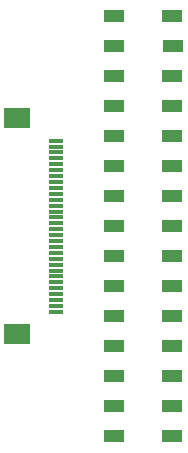
<source format=gbr>
G04 #@! TF.GenerationSoftware,KiCad,Pcbnew,5.1.2-f72e74a~84~ubuntu18.04.1*
G04 #@! TF.CreationDate,2019-07-12T15:11:00+09:00*
G04 #@! TF.ProjectId,bottom_pcb,626f7474-6f6d-45f7-9063-622e6b696361,rev?*
G04 #@! TF.SameCoordinates,Original*
G04 #@! TF.FileFunction,Paste,Bot*
G04 #@! TF.FilePolarity,Positive*
%FSLAX46Y46*%
G04 Gerber Fmt 4.6, Leading zero omitted, Abs format (unit mm)*
G04 Created by KiCad (PCBNEW 5.1.2-f72e74a~84~ubuntu18.04.1) date 2019-07-12 15:11:00*
%MOMM*%
%LPD*%
G04 APERTURE LIST*
%ADD10R,1.800000X1.000000*%
%ADD11R,2.200000X1.800000*%
%ADD12R,1.300000X0.300000*%
G04 APERTURE END LIST*
D10*
X141654000Y-57220000D03*
X146494000Y-57220000D03*
X141654000Y-59760000D03*
X146594000Y-59760000D03*
X141654000Y-62300000D03*
X146494000Y-62300000D03*
X141654000Y-64840000D03*
X146494000Y-64840000D03*
X141654000Y-67380000D03*
X146494000Y-67380000D03*
X141654000Y-69920000D03*
X146494000Y-69920000D03*
X141654000Y-72460000D03*
X146494000Y-72460000D03*
X141654000Y-75000000D03*
X146494000Y-75000000D03*
X141654000Y-77540000D03*
X146494000Y-77540000D03*
X141654000Y-80080000D03*
X146494000Y-80080000D03*
X141654000Y-82620000D03*
X146494000Y-82620000D03*
X141654000Y-85160000D03*
X146494000Y-85160000D03*
X141654000Y-87700000D03*
X146494000Y-87700000D03*
X141654000Y-90240000D03*
X146494000Y-90240000D03*
X141654000Y-92780000D03*
X146494000Y-92780000D03*
D11*
X133449000Y-65850000D03*
X133449000Y-84150000D03*
D12*
X136699000Y-82250000D03*
X136699000Y-81750000D03*
X136699000Y-81250000D03*
X136699000Y-80750000D03*
X136699000Y-80250000D03*
X136699000Y-79750000D03*
X136699000Y-79250000D03*
X136699000Y-78750000D03*
X136699000Y-78250000D03*
X136699000Y-77750000D03*
X136699000Y-77250000D03*
X136699000Y-76750000D03*
X136699000Y-76250000D03*
X136699000Y-75750000D03*
X136699000Y-75250000D03*
X136699000Y-74750000D03*
X136699000Y-74250000D03*
X136699000Y-73750000D03*
X136699000Y-73250000D03*
X136699000Y-72750000D03*
X136699000Y-72250000D03*
X136699000Y-71750000D03*
X136699000Y-71250000D03*
X136699000Y-70750000D03*
X136699000Y-70250000D03*
X136699000Y-69750000D03*
X136699000Y-69250000D03*
X136699000Y-68750000D03*
X136699000Y-68250000D03*
X136699000Y-67750000D03*
M02*

</source>
